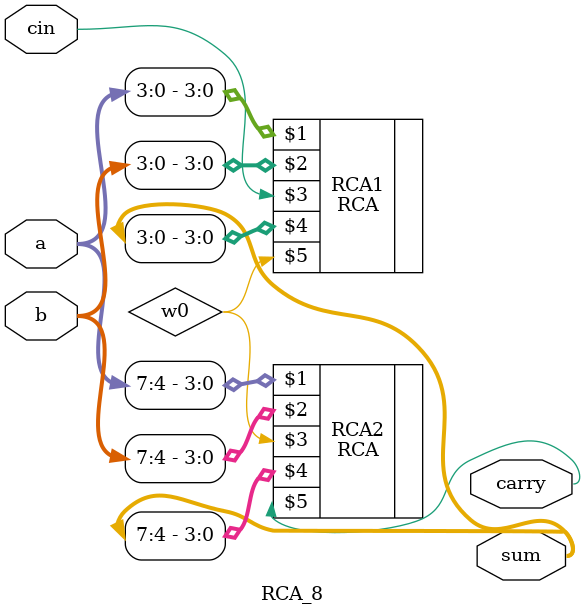
<source format=v>
module RCA_8(a,b,cin,sum,carry);
input [7:0]a,b;
input cin;
output [7:0]sum;
output carry;
wire w0;
RCA RCA1(a[3:0], b[3:0],cin,sum[3:0],w0);
RCA RCA2(a[7:4], b[7:4],w0,sum[7:4],carry);
endmodule

</source>
